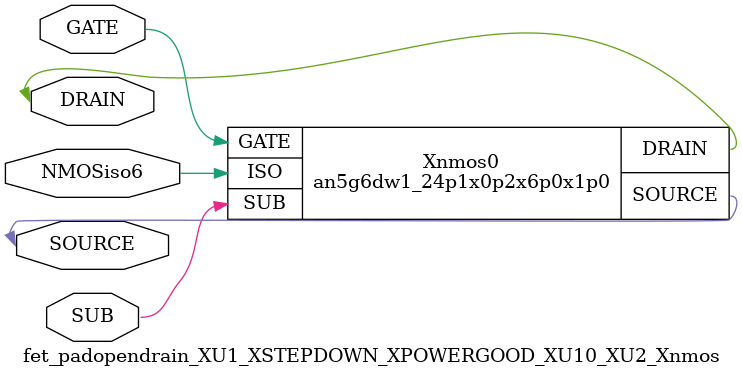
<source format=v>

module an5g6dw1_24p1x0p2x6p0x1p0 (DRAIN,GATE,SOURCE,ISO,SUB);
input GATE;
input ISO;
input SUB;
inout SOURCE;
inout DRAIN;
endmodule

//Celera Confidential Do Not Copy fet_padopendrain_XU1_XSTEPDOWN_XPOWERGOOD_XU10_XU2_Xnmos
//Celera Confidential Symbol Generator
//power NMOS:Ron:50.000 Ohm
//Vgs 6V Vds 6V
//Kelvin:no

module fet_padopendrain_XU1_XSTEPDOWN_XPOWERGOOD_XU10_XU2_Xnmos (GATE,SOURCE,DRAIN,NMOSiso6,SUB);
input GATE;
inout SOURCE;
inout DRAIN;
input NMOSiso6;
input SUB;

//Celera Confidential Do Not Copy an5g6dw1_24p1x0p2x6p0x1p0
an5g6dw1_24p1x0p2x6p0x1p0 Xnmos0(
.DRAIN (DRAIN),
.GATE (GATE),
.SOURCE (SOURCE),
.ISO (NMOSiso6),
.SUB (SUB)
);
//,diesize,an5g6dw1_24p1x0p2x6p0x1p0

//Celera Confidential Do Not Copy Module End
//Celera Schematic Generator
endmodule

</source>
